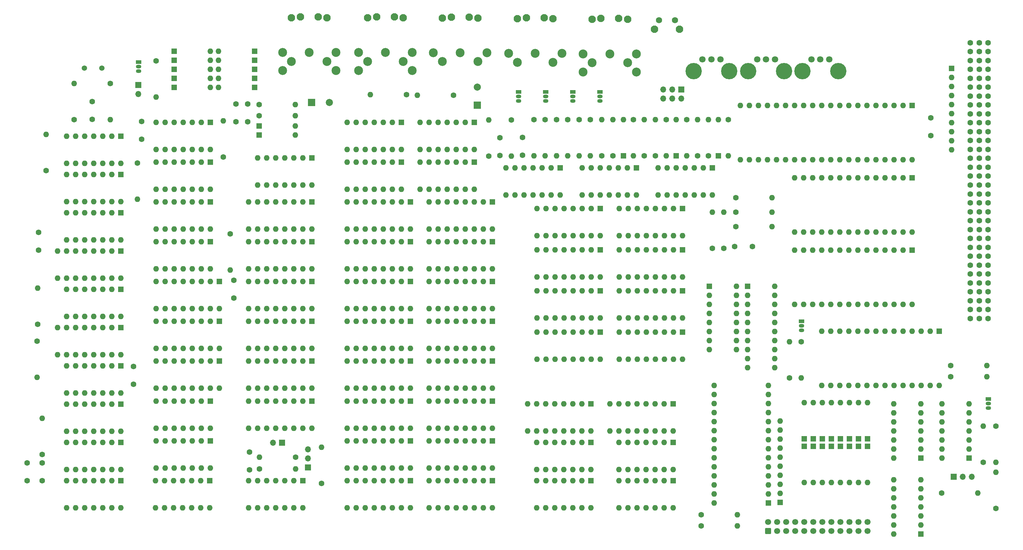
<source format=gbr>
%TF.GenerationSoftware,KiCad,Pcbnew,(6.0.10)*%
%TF.CreationDate,2023-03-26T00:58:32+03:00*%
%TF.ProjectId,delta48m,64656c74-6134-4386-9d2e-6b696361645f,1*%
%TF.SameCoordinates,Original*%
%TF.FileFunction,Soldermask,Top*%
%TF.FilePolarity,Negative*%
%FSLAX46Y46*%
G04 Gerber Fmt 4.6, Leading zero omitted, Abs format (unit mm)*
G04 Created by KiCad (PCBNEW (6.0.10)) date 2023-03-26 00:58:32*
%MOMM*%
%LPD*%
G01*
G04 APERTURE LIST*
G04 Aperture macros list*
%AMRoundRect*
0 Rectangle with rounded corners*
0 $1 Rounding radius*
0 $2 $3 $4 $5 $6 $7 $8 $9 X,Y pos of 4 corners*
0 Add a 4 corners polygon primitive as box body*
4,1,4,$2,$3,$4,$5,$6,$7,$8,$9,$2,$3,0*
0 Add four circle primitives for the rounded corners*
1,1,$1+$1,$2,$3*
1,1,$1+$1,$4,$5*
1,1,$1+$1,$6,$7*
1,1,$1+$1,$8,$9*
0 Add four rect primitives between the rounded corners*
20,1,$1+$1,$2,$3,$4,$5,0*
20,1,$1+$1,$4,$5,$6,$7,0*
20,1,$1+$1,$6,$7,$8,$9,0*
20,1,$1+$1,$8,$9,$2,$3,0*%
G04 Aperture macros list end*
%ADD10R,1.600000X1.600000*%
%ADD11O,1.600000X1.600000*%
%ADD12C,1.600000*%
%ADD13C,2.100000*%
%ADD14C,2.500000*%
%ADD15R,1.700000X1.700000*%
%ADD16O,1.700000X1.700000*%
%ADD17R,1.500000X1.050000*%
%ADD18O,1.500000X1.050000*%
%ADD19C,4.600000*%
%ADD20C,1.800000*%
%ADD21C,1.500000*%
%ADD22C,1.750000*%
%ADD23R,2.000000X2.000000*%
%ADD24C,2.000000*%
%ADD25RoundRect,0.250000X0.600000X-0.600000X0.600000X0.600000X-0.600000X0.600000X-0.600000X-0.600000X0*%
%ADD26C,1.700000*%
G04 APERTURE END LIST*
D10*
%TO.C,U11*%
X132720000Y-103896000D03*
D11*
X130180000Y-103896000D03*
X127640000Y-103896000D03*
X125100000Y-103896000D03*
X122560000Y-103896000D03*
X120020000Y-103896000D03*
X117480000Y-103896000D03*
X117480000Y-111516000D03*
X120020000Y-111516000D03*
X122560000Y-111516000D03*
X125100000Y-111516000D03*
X127640000Y-111516000D03*
X130180000Y-111516000D03*
X132720000Y-111516000D03*
%TD*%
D10*
%TO.C,U49*%
X231018000Y-116723000D03*
D11*
X228478000Y-116723000D03*
X225938000Y-116723000D03*
X223398000Y-116723000D03*
X220858000Y-116723000D03*
X218318000Y-116723000D03*
X215778000Y-116723000D03*
X215778000Y-124343000D03*
X218318000Y-124343000D03*
X220858000Y-124343000D03*
X223398000Y-124343000D03*
X225938000Y-124343000D03*
X228478000Y-124343000D03*
X231018000Y-124343000D03*
%TD*%
D12*
%TO.C,R35*%
X254635000Y-113284000D03*
D11*
X254635000Y-103124000D03*
%TD*%
D12*
%TO.C,R53*%
X340741000Y-175387000D03*
D11*
X350901000Y-175387000D03*
%TD*%
D10*
%TO.C,U57*%
X239654000Y-193812000D03*
D11*
X237114000Y-193812000D03*
X234574000Y-193812000D03*
X232034000Y-193812000D03*
X229494000Y-193812000D03*
X226954000Y-193812000D03*
X224414000Y-193812000D03*
X224414000Y-201432000D03*
X226954000Y-201432000D03*
X229494000Y-201432000D03*
X232034000Y-201432000D03*
X234574000Y-201432000D03*
X237114000Y-201432000D03*
X239654000Y-201432000D03*
%TD*%
D10*
%TO.C,U27*%
X161300000Y-182208100D03*
D11*
X158760000Y-182208100D03*
X156220000Y-182208100D03*
X153680000Y-182208100D03*
X151140000Y-182208100D03*
X148600000Y-182208100D03*
X146060000Y-182208100D03*
X143520000Y-182208100D03*
X143520000Y-189828100D03*
X146060000Y-189828100D03*
X148600000Y-189828100D03*
X151140000Y-189828100D03*
X153680000Y-189828100D03*
X156220000Y-189828100D03*
X158760000Y-189828100D03*
X161300000Y-189828100D03*
%TD*%
D10*
%TO.C,U36*%
X188991000Y-182208100D03*
D11*
X186451000Y-182208100D03*
X183911000Y-182208100D03*
X181371000Y-182208100D03*
X178831000Y-182208100D03*
X176291000Y-182208100D03*
X173751000Y-182208100D03*
X171211000Y-182208100D03*
X171211000Y-189828100D03*
X173751000Y-189828100D03*
X176291000Y-189828100D03*
X178831000Y-189828100D03*
X181371000Y-189828100D03*
X183911000Y-189828100D03*
X186451000Y-189828100D03*
X188991000Y-189828100D03*
%TD*%
D13*
%TO.C,J3*%
X197928000Y-74638000D03*
X200428000Y-74338000D03*
X207928000Y-74638000D03*
X205428000Y-74338000D03*
D14*
X195428000Y-84338000D03*
X202928000Y-84338000D03*
X210428000Y-84338000D03*
X197928000Y-86838000D03*
X207928000Y-86838000D03*
%TD*%
D13*
%TO.C,J6*%
X158028000Y-74288000D03*
X163028000Y-74288000D03*
X155528000Y-74588000D03*
X165528000Y-74588000D03*
D14*
X153028000Y-84288000D03*
X160528000Y-84288000D03*
X168028000Y-84288000D03*
X155528000Y-86788000D03*
X165528000Y-86788000D03*
X153028000Y-89388000D03*
X168028000Y-89388000D03*
%TD*%
D10*
%TO.C,U3*%
X107584000Y-129333000D03*
D11*
X105044000Y-129333000D03*
X102504000Y-129333000D03*
X99964000Y-129333000D03*
X97424000Y-129333000D03*
X94884000Y-129333000D03*
X92344000Y-129333000D03*
X92344000Y-136953000D03*
X94884000Y-136953000D03*
X97424000Y-136953000D03*
X99964000Y-136953000D03*
X102504000Y-136953000D03*
X105044000Y-136953000D03*
X107584000Y-136953000D03*
%TD*%
D15*
%TO.C,LS1*%
X112522000Y-93467000D03*
D16*
X112522000Y-96007000D03*
%TD*%
D10*
%TO.C,U43*%
X211963000Y-148645800D03*
D11*
X209423000Y-148645800D03*
X206883000Y-148645800D03*
X204343000Y-148645800D03*
X201803000Y-148645800D03*
X199263000Y-148645800D03*
X196723000Y-148645800D03*
X194183000Y-148645800D03*
X194183000Y-156265800D03*
X196723000Y-156265800D03*
X199263000Y-156265800D03*
X201803000Y-156265800D03*
X204343000Y-156265800D03*
X206883000Y-156265800D03*
X209423000Y-156265800D03*
X211963000Y-156265800D03*
%TD*%
D12*
%TO.C,R5*%
X84201000Y-160655000D03*
D11*
X84201000Y-150495000D03*
%TD*%
D10*
%TO.C,U48*%
X211963000Y-204597000D03*
D11*
X209423000Y-204597000D03*
X206883000Y-204597000D03*
X204343000Y-204597000D03*
X201803000Y-204597000D03*
X199263000Y-204597000D03*
X196723000Y-204597000D03*
X194183000Y-204597000D03*
X194183000Y-212217000D03*
X196723000Y-212217000D03*
X199263000Y-212217000D03*
X201803000Y-212217000D03*
X204343000Y-212217000D03*
X206883000Y-212217000D03*
X209423000Y-212217000D03*
X211963000Y-212217000D03*
%TD*%
D10*
%TO.C,U64*%
X262768000Y-193812000D03*
D11*
X260228000Y-193812000D03*
X257688000Y-193812000D03*
X255148000Y-193812000D03*
X252608000Y-193812000D03*
X250068000Y-193812000D03*
X247528000Y-193812000D03*
X247528000Y-201432000D03*
X250068000Y-201432000D03*
X252608000Y-201432000D03*
X255148000Y-201432000D03*
X257688000Y-201432000D03*
X260228000Y-201432000D03*
X262768000Y-201432000D03*
%TD*%
D12*
%TO.C,R54*%
X349885000Y-199390000D03*
D11*
X349885000Y-189230000D03*
%TD*%
D15*
%TO.C,JP1*%
X160147000Y-200899000D03*
D16*
X160147000Y-198359000D03*
X160147000Y-195819000D03*
%TD*%
D17*
%TO.C,Q3*%
X219350000Y-95377000D03*
D18*
X219350000Y-96647000D03*
X219350000Y-97917000D03*
%TD*%
D12*
%TO.C,R56*%
X353441000Y-212344000D03*
D11*
X353441000Y-202184000D03*
%TD*%
D10*
%TO.C,U23*%
X161300000Y-137458300D03*
D11*
X158760000Y-137458300D03*
X156220000Y-137458300D03*
X153680000Y-137458300D03*
X151140000Y-137458300D03*
X148600000Y-137458300D03*
X146060000Y-137458300D03*
X143520000Y-137458300D03*
X143520000Y-145078300D03*
X146060000Y-145078300D03*
X148600000Y-145078300D03*
X151140000Y-145078300D03*
X153680000Y-145078300D03*
X156220000Y-145078300D03*
X158760000Y-145078300D03*
X161300000Y-145078300D03*
%TD*%
D10*
%TO.C,U33*%
X188991000Y-148645800D03*
D11*
X186451000Y-148645800D03*
X183911000Y-148645800D03*
X181371000Y-148645800D03*
X178831000Y-148645800D03*
X176291000Y-148645800D03*
X173751000Y-148645800D03*
X171211000Y-148645800D03*
X171211000Y-156265800D03*
X173751000Y-156265800D03*
X176291000Y-156265800D03*
X178831000Y-156265800D03*
X181371000Y-156265800D03*
X183911000Y-156265800D03*
X186451000Y-156265800D03*
X188991000Y-156265800D03*
%TD*%
D12*
%TO.C,C10*%
X143256000Y-98719000D03*
X143256000Y-103719000D03*
%TD*%
D10*
%TO.C,U38*%
X188991000Y-204583000D03*
D11*
X186451000Y-204583000D03*
X183911000Y-204583000D03*
X181371000Y-204583000D03*
X178831000Y-204583000D03*
X176291000Y-204583000D03*
X173751000Y-204583000D03*
X171211000Y-204583000D03*
X171211000Y-212203000D03*
X173751000Y-212203000D03*
X176291000Y-212203000D03*
X178831000Y-212203000D03*
X181371000Y-212203000D03*
X183911000Y-212203000D03*
X186451000Y-212203000D03*
X188991000Y-212203000D03*
%TD*%
D12*
%TO.C,R46*%
X276987000Y-139304500D03*
D11*
X276987000Y-129144500D03*
%TD*%
D10*
%TO.C,U59*%
X265440000Y-128153000D03*
D11*
X262900000Y-128153000D03*
X260360000Y-128153000D03*
X257820000Y-128153000D03*
X255280000Y-128153000D03*
X252740000Y-128153000D03*
X250200000Y-128153000D03*
X247660000Y-128153000D03*
X247660000Y-135773000D03*
X250200000Y-135773000D03*
X252740000Y-135773000D03*
X255280000Y-135773000D03*
X257820000Y-135773000D03*
X260360000Y-135773000D03*
X262900000Y-135773000D03*
X265440000Y-135773000D03*
%TD*%
D19*
%TO.C,RV42*%
X293900000Y-89546000D03*
X283900000Y-89546000D03*
D20*
X291400000Y-86246000D03*
X288900000Y-86246000D03*
X286400000Y-86246000D03*
%TD*%
D12*
%TO.C,R51*%
X295423000Y-175720500D03*
D11*
X295423000Y-165560500D03*
%TD*%
D10*
%TO.C,U7*%
X107584000Y-172333000D03*
D11*
X105044000Y-172333000D03*
X102504000Y-172333000D03*
X99964000Y-172333000D03*
X97424000Y-172333000D03*
X94884000Y-172333000D03*
X92344000Y-172333000D03*
X92344000Y-179953000D03*
X94884000Y-179953000D03*
X97424000Y-179953000D03*
X99964000Y-179953000D03*
X102504000Y-179953000D03*
X105044000Y-179953000D03*
X107584000Y-179953000D03*
%TD*%
D10*
%TO.C,U30*%
X186441000Y-115083400D03*
D11*
X183901000Y-115083400D03*
X181361000Y-115083400D03*
X178821000Y-115083400D03*
X176281000Y-115083400D03*
X173741000Y-115083400D03*
X171201000Y-115083400D03*
X171201000Y-122703400D03*
X173741000Y-122703400D03*
X176281000Y-122703400D03*
X178821000Y-122703400D03*
X181361000Y-122703400D03*
X183901000Y-122703400D03*
X186441000Y-122703400D03*
%TD*%
D10*
%TO.C,D26*%
X309753000Y-192786000D03*
D11*
X309753000Y-182626000D03*
%TD*%
D10*
%TO.C,D1*%
X122589000Y-83947000D03*
D11*
X132749000Y-83947000D03*
%TD*%
D10*
%TO.C,U47*%
X211963000Y-193395600D03*
D11*
X209423000Y-193395600D03*
X206883000Y-193395600D03*
X204343000Y-193395600D03*
X201803000Y-193395600D03*
X199263000Y-193395600D03*
X196723000Y-193395600D03*
X194183000Y-193395600D03*
X194183000Y-201015600D03*
X196723000Y-201015600D03*
X199263000Y-201015600D03*
X201803000Y-201015600D03*
X204343000Y-201015600D03*
X206883000Y-201015600D03*
X209423000Y-201015600D03*
X211963000Y-201015600D03*
%TD*%
D12*
%TO.C,R8*%
X86614000Y-117475000D03*
D11*
X86614000Y-107315000D03*
%TD*%
D12*
%TO.C,R41*%
X278257000Y-103124000D03*
D11*
X278257000Y-113284000D03*
%TD*%
D10*
%TO.C,U52*%
X242326000Y-128153000D03*
D11*
X239786000Y-128153000D03*
X237246000Y-128153000D03*
X234706000Y-128153000D03*
X232166000Y-128153000D03*
X229626000Y-128153000D03*
X227086000Y-128153000D03*
X224546000Y-128153000D03*
X224546000Y-135773000D03*
X227086000Y-135773000D03*
X229626000Y-135773000D03*
X232166000Y-135773000D03*
X234706000Y-135773000D03*
X237246000Y-135773000D03*
X239786000Y-135773000D03*
X242326000Y-135773000D03*
%TD*%
D12*
%TO.C,R15*%
X236347000Y-103124000D03*
D11*
X236347000Y-113284000D03*
%TD*%
D15*
%TO.C,JP3*%
X152908000Y-193929000D03*
D16*
X150368000Y-193929000D03*
%TD*%
D10*
%TO.C,D23*%
X302133000Y-192786000D03*
D11*
X302133000Y-182626000D03*
%TD*%
D10*
%TO.C,U39*%
X206888000Y-103896000D03*
D11*
X204348000Y-103896000D03*
X201808000Y-103896000D03*
X199268000Y-103896000D03*
X196728000Y-103896000D03*
X194188000Y-103896000D03*
X191648000Y-103896000D03*
X191648000Y-111516000D03*
X194188000Y-111516000D03*
X196728000Y-111516000D03*
X199268000Y-111516000D03*
X201808000Y-111516000D03*
X204348000Y-111516000D03*
X206888000Y-111516000D03*
%TD*%
D12*
%TO.C,C22*%
X220472000Y-108125200D03*
X220472000Y-113125200D03*
%TD*%
D10*
%TO.C,D9*%
X145161000Y-91567000D03*
D11*
X135001000Y-91567000D03*
%TD*%
D12*
%TO.C,C25*%
X280075000Y-138811000D03*
X285075000Y-138811000D03*
%TD*%
D10*
%TO.C,U10*%
X107584000Y-204583000D03*
D11*
X105044000Y-204583000D03*
X102504000Y-204583000D03*
X99964000Y-204583000D03*
X97424000Y-204583000D03*
X94884000Y-204583000D03*
X92344000Y-204583000D03*
X92344000Y-212203000D03*
X94884000Y-212203000D03*
X97424000Y-212203000D03*
X99964000Y-212203000D03*
X102504000Y-212203000D03*
X105044000Y-212203000D03*
X107584000Y-212203000D03*
%TD*%
D10*
%TO.C,U61*%
X265440000Y-151267000D03*
D11*
X262900000Y-151267000D03*
X260360000Y-151267000D03*
X257820000Y-151267000D03*
X255280000Y-151267000D03*
X252740000Y-151267000D03*
X250200000Y-151267000D03*
X247660000Y-151267000D03*
X247660000Y-158887000D03*
X250200000Y-158887000D03*
X252740000Y-158887000D03*
X255280000Y-158887000D03*
X257820000Y-158887000D03*
X260360000Y-158887000D03*
X262900000Y-158887000D03*
X265440000Y-158887000D03*
%TD*%
D10*
%TO.C,U29*%
X186441000Y-103896000D03*
D11*
X183901000Y-103896000D03*
X181361000Y-103896000D03*
X178821000Y-103896000D03*
X176281000Y-103896000D03*
X173741000Y-103896000D03*
X171201000Y-103896000D03*
X171201000Y-111516000D03*
X173741000Y-111516000D03*
X176281000Y-111516000D03*
X178821000Y-111516000D03*
X181361000Y-111516000D03*
X183901000Y-111516000D03*
X186441000Y-111516000D03*
%TD*%
D10*
%TO.C,U8*%
X107584000Y-183083000D03*
D11*
X105044000Y-183083000D03*
X102504000Y-183083000D03*
X99964000Y-183083000D03*
X97424000Y-183083000D03*
X94884000Y-183083000D03*
X92344000Y-183083000D03*
X92344000Y-190703000D03*
X94884000Y-190703000D03*
X97424000Y-190703000D03*
X99964000Y-190703000D03*
X102504000Y-190703000D03*
X105044000Y-190703000D03*
X107584000Y-190703000D03*
%TD*%
D10*
%TO.C,D22*%
X299593000Y-192786000D03*
D11*
X299593000Y-182626000D03*
%TD*%
D12*
%TO.C,R34*%
X251587000Y-103124000D03*
D11*
X251587000Y-113284000D03*
%TD*%
D10*
%TO.C,U72*%
X337566000Y-162560000D03*
D11*
X335026000Y-162560000D03*
X332486000Y-162560000D03*
X329946000Y-162560000D03*
X327406000Y-162560000D03*
X324866000Y-162560000D03*
X322326000Y-162560000D03*
X319786000Y-162560000D03*
X317246000Y-162560000D03*
X314706000Y-162560000D03*
X312166000Y-162560000D03*
X309626000Y-162560000D03*
X307086000Y-162560000D03*
X304546000Y-162560000D03*
X304546000Y-177800000D03*
X307086000Y-177800000D03*
X309626000Y-177800000D03*
X312166000Y-177800000D03*
X314706000Y-177800000D03*
X317246000Y-177800000D03*
X319786000Y-177800000D03*
X322326000Y-177800000D03*
X324866000Y-177800000D03*
X327406000Y-177800000D03*
X329946000Y-177800000D03*
X332486000Y-177800000D03*
X335026000Y-177800000D03*
X337566000Y-177800000D03*
%TD*%
D12*
%TO.C,R30*%
X239522000Y-103124000D03*
D11*
X239522000Y-113284000D03*
%TD*%
D10*
%TO.C,U13*%
X132720000Y-126270900D03*
D11*
X130180000Y-126270900D03*
X127640000Y-126270900D03*
X125100000Y-126270900D03*
X122560000Y-126270900D03*
X120020000Y-126270900D03*
X117480000Y-126270900D03*
X117480000Y-133890900D03*
X120020000Y-133890900D03*
X122560000Y-133890900D03*
X125100000Y-133890900D03*
X127640000Y-133890900D03*
X130180000Y-133890900D03*
X132720000Y-133890900D03*
%TD*%
D10*
%TO.C,D30*%
X146431000Y-104902000D03*
D11*
X156591000Y-104902000D03*
%TD*%
D12*
%TO.C,C4*%
X81280000Y-204557000D03*
X81280000Y-199557000D03*
%TD*%
D10*
%TO.C,U60*%
X265440000Y-139710000D03*
D11*
X262900000Y-139710000D03*
X260360000Y-139710000D03*
X257820000Y-139710000D03*
X255280000Y-139710000D03*
X252740000Y-139710000D03*
X250200000Y-139710000D03*
X247660000Y-139710000D03*
X247660000Y-147330000D03*
X250200000Y-147330000D03*
X252740000Y-147330000D03*
X255280000Y-147330000D03*
X257820000Y-147330000D03*
X260360000Y-147330000D03*
X262900000Y-147330000D03*
X265440000Y-147330000D03*
%TD*%
D10*
%TO.C,U21*%
X161295000Y-113929000D03*
D11*
X158755000Y-113929000D03*
X156215000Y-113929000D03*
X153675000Y-113929000D03*
X151135000Y-113929000D03*
X148595000Y-113929000D03*
X146055000Y-113929000D03*
X146055000Y-121549000D03*
X148595000Y-121549000D03*
X151135000Y-121549000D03*
X153675000Y-121549000D03*
X156215000Y-121549000D03*
X158755000Y-121549000D03*
X161295000Y-121549000D03*
%TD*%
D12*
%TO.C,R50*%
X298725000Y-165560500D03*
D11*
X298725000Y-175720500D03*
%TD*%
D12*
%TO.C,C5*%
X85471000Y-204557000D03*
X85471000Y-199557000D03*
%TD*%
D10*
%TO.C,U50*%
X252417500Y-116723000D03*
D11*
X249877500Y-116723000D03*
X247337500Y-116723000D03*
X244797500Y-116723000D03*
X242257500Y-116723000D03*
X239717500Y-116723000D03*
X237177500Y-116723000D03*
X237177500Y-124343000D03*
X239717500Y-124343000D03*
X242257500Y-124343000D03*
X244797500Y-124343000D03*
X247337500Y-124343000D03*
X249877500Y-124343000D03*
X252417500Y-124343000D03*
%TD*%
D12*
%TO.C,J1*%
X351282000Y-81534000D03*
X351282000Y-84034000D03*
X351282000Y-86534000D03*
X351282000Y-89034000D03*
X351282000Y-91534000D03*
X351282000Y-94034000D03*
X351282000Y-96534000D03*
X351282000Y-99034000D03*
X351282000Y-101534000D03*
X351282000Y-104034000D03*
X351282000Y-106534000D03*
X351282000Y-109034000D03*
X351282000Y-111534000D03*
X351282000Y-114034000D03*
X351282000Y-116534000D03*
X351282000Y-119034000D03*
X351282000Y-121534000D03*
X351282000Y-124034000D03*
X351282000Y-126534000D03*
X351282000Y-129034000D03*
X351282000Y-131534000D03*
X346282000Y-126534000D03*
X351282000Y-134034000D03*
X351282000Y-136534000D03*
X351282000Y-139034000D03*
X351282000Y-141534000D03*
X351282000Y-144034000D03*
X351282000Y-146534000D03*
X351282000Y-149034000D03*
X351282000Y-151534000D03*
X351282000Y-154034000D03*
X351282000Y-156534000D03*
X351282000Y-159034000D03*
X346282000Y-81534000D03*
X348782000Y-81534000D03*
X346282000Y-84034000D03*
X348782000Y-84034000D03*
X348782000Y-86534000D03*
X346282000Y-86534000D03*
X346282000Y-89034000D03*
X348782000Y-89034000D03*
X348782000Y-91534000D03*
X346282000Y-91534000D03*
X346282000Y-94034000D03*
X348782000Y-94034000D03*
X348782000Y-96534000D03*
X346282000Y-96534000D03*
X348782000Y-99034000D03*
X346282000Y-99034000D03*
X346282000Y-101534000D03*
X348782000Y-101534000D03*
X348782000Y-104034000D03*
X346282000Y-104034000D03*
X346282000Y-106534000D03*
X348782000Y-106534000D03*
X346282000Y-109034000D03*
X348782000Y-109034000D03*
X346282000Y-111534000D03*
X348782000Y-111534000D03*
X346282000Y-114034000D03*
X348782000Y-114034000D03*
X346282000Y-116534000D03*
X348782000Y-116534000D03*
X348782000Y-119034000D03*
X346282000Y-119034000D03*
X348782000Y-121534000D03*
X346282000Y-121534000D03*
X346282000Y-124034000D03*
X348782000Y-124034000D03*
X348782000Y-126534000D03*
X348782000Y-129034000D03*
X346282000Y-129034000D03*
X346282000Y-131534000D03*
X348782000Y-131534000D03*
X348782000Y-134034000D03*
X346282000Y-134034000D03*
X346282000Y-136534000D03*
X348782000Y-136534000D03*
X346282000Y-139034000D03*
X348782000Y-139034000D03*
X346282000Y-141534000D03*
X348782000Y-141534000D03*
X346282000Y-144034000D03*
X348782000Y-144034000D03*
X348782000Y-146534000D03*
X346282000Y-146534000D03*
X348782000Y-149034000D03*
X346282000Y-149034000D03*
X346282000Y-151534000D03*
X348782000Y-151534000D03*
X346282000Y-154034000D03*
X348782000Y-154034000D03*
X348782000Y-156534000D03*
X346282000Y-156534000D03*
X346282000Y-159034000D03*
X348782000Y-159034000D03*
%TD*%
%TO.C,C3*%
X111125000Y-177466000D03*
X111125000Y-172466000D03*
%TD*%
D10*
%TO.C,U20*%
X132593000Y-204583000D03*
D11*
X130053000Y-204583000D03*
X127513000Y-204583000D03*
X124973000Y-204583000D03*
X122433000Y-204583000D03*
X119893000Y-204583000D03*
X117353000Y-204583000D03*
X117353000Y-212203000D03*
X119893000Y-212203000D03*
X122433000Y-212203000D03*
X124973000Y-212203000D03*
X127513000Y-212203000D03*
X130053000Y-212203000D03*
X132593000Y-212203000D03*
%TD*%
D10*
%TO.C,DA2*%
X340995000Y-88773000D03*
D11*
X340995000Y-91313000D03*
X340995000Y-93853000D03*
X340995000Y-96393000D03*
X340995000Y-98933000D03*
X340995000Y-101473000D03*
X340995000Y-104013000D03*
X340995000Y-106553000D03*
X340995000Y-109093000D03*
X340995000Y-111633000D03*
%TD*%
D10*
%TO.C,D17*%
X307213000Y-194945000D03*
D11*
X307213000Y-205105000D03*
%TD*%
D12*
%TO.C,R33*%
X245872000Y-113284000D03*
D11*
X245872000Y-103124000D03*
%TD*%
D15*
%TO.C,J8*%
X265034000Y-94737000D03*
D16*
X265034000Y-97277000D03*
X262494000Y-94737000D03*
X262494000Y-97277000D03*
X259954000Y-94737000D03*
X259954000Y-97277000D03*
%TD*%
D12*
%TO.C,R59*%
X270637000Y-217297000D03*
D11*
X280797000Y-217297000D03*
%TD*%
D10*
%TO.C,D12*%
X263652000Y-113284000D03*
D11*
X263652000Y-103124000D03*
%TD*%
D10*
%TO.C,U22*%
X161300000Y-126270900D03*
D11*
X158760000Y-126270900D03*
X156220000Y-126270900D03*
X153680000Y-126270900D03*
X151140000Y-126270900D03*
X148600000Y-126270900D03*
X146060000Y-126270900D03*
X143520000Y-126270900D03*
X143520000Y-133890900D03*
X146060000Y-133890900D03*
X148600000Y-133890900D03*
X151140000Y-133890900D03*
X153680000Y-133890900D03*
X156220000Y-133890900D03*
X158760000Y-133890900D03*
X161300000Y-133890900D03*
%TD*%
D10*
%TO.C,U44*%
X211963000Y-159833200D03*
D11*
X209423000Y-159833200D03*
X206883000Y-159833200D03*
X204343000Y-159833200D03*
X201803000Y-159833200D03*
X199263000Y-159833200D03*
X196723000Y-159833200D03*
X194183000Y-159833200D03*
X194183000Y-167453200D03*
X196723000Y-167453200D03*
X199263000Y-167453200D03*
X201803000Y-167453200D03*
X204343000Y-167453200D03*
X206883000Y-167453200D03*
X209423000Y-167453200D03*
X211963000Y-167453200D03*
%TD*%
D12*
%TO.C,C8*%
X139319000Y-153289000D03*
X139319000Y-148289000D03*
%TD*%
D10*
%TO.C,U5*%
X107584000Y-150833000D03*
D11*
X105044000Y-150833000D03*
X102504000Y-150833000D03*
X99964000Y-150833000D03*
X97424000Y-150833000D03*
X94884000Y-150833000D03*
X92344000Y-150833000D03*
X92344000Y-158453000D03*
X94884000Y-158453000D03*
X97424000Y-158453000D03*
X99964000Y-158453000D03*
X102504000Y-158453000D03*
X105044000Y-158453000D03*
X107584000Y-158453000D03*
%TD*%
D10*
%TO.C,D2*%
X122589000Y-86487000D03*
D11*
X132749000Y-86487000D03*
%TD*%
D10*
%TO.C,D7*%
X145161000Y-86487000D03*
D11*
X135001000Y-86487000D03*
%TD*%
D10*
%TO.C,D27*%
X312293000Y-192786000D03*
D11*
X312293000Y-182626000D03*
%TD*%
D12*
%TO.C,R10*%
X136398000Y-113665000D03*
D11*
X136398000Y-103505000D03*
%TD*%
D12*
%TO.C,C1*%
X99568000Y-98044000D03*
X99568000Y-103044000D03*
%TD*%
D10*
%TO.C,U62*%
X265440000Y-162824000D03*
D11*
X262900000Y-162824000D03*
X260360000Y-162824000D03*
X257820000Y-162824000D03*
X255280000Y-162824000D03*
X252740000Y-162824000D03*
X250200000Y-162824000D03*
X247660000Y-162824000D03*
X247660000Y-170444000D03*
X250200000Y-170444000D03*
X252740000Y-170444000D03*
X255280000Y-170444000D03*
X257820000Y-170444000D03*
X260360000Y-170444000D03*
X262900000Y-170444000D03*
X265440000Y-170444000D03*
%TD*%
D12*
%TO.C,R14*%
X156718000Y-197993000D03*
D11*
X146558000Y-197993000D03*
%TD*%
D10*
%TO.C,U75*%
X345938000Y-198252000D03*
D11*
X345938000Y-195712000D03*
X345938000Y-193172000D03*
X345938000Y-190632000D03*
X345938000Y-188092000D03*
X345938000Y-185552000D03*
X345938000Y-183012000D03*
X338318000Y-183012000D03*
X338318000Y-185552000D03*
X338318000Y-188092000D03*
X338318000Y-190632000D03*
X338318000Y-193172000D03*
X338318000Y-195712000D03*
X338318000Y-198252000D03*
%TD*%
D19*
%TO.C,RV43*%
X268533000Y-89546000D03*
X278533000Y-89546000D03*
D20*
X276033000Y-86246000D03*
X273533000Y-86246000D03*
X271033000Y-86246000D03*
%TD*%
D10*
%TO.C,D15*%
X302133000Y-194945000D03*
D11*
X302133000Y-205105000D03*
%TD*%
D10*
%TO.C,U41*%
X211963000Y-126270900D03*
D11*
X209423000Y-126270900D03*
X206883000Y-126270900D03*
X204343000Y-126270900D03*
X201803000Y-126270900D03*
X199263000Y-126270900D03*
X196723000Y-126270900D03*
X194183000Y-126270900D03*
X194183000Y-133890900D03*
X196723000Y-133890900D03*
X199263000Y-133890900D03*
X201803000Y-133890900D03*
X204343000Y-133890900D03*
X206883000Y-133890900D03*
X209423000Y-133890900D03*
X211963000Y-133890900D03*
%TD*%
D10*
%TO.C,D31*%
X146438000Y-107442000D03*
D11*
X156598000Y-107442000D03*
%TD*%
D17*
%TO.C,Q5*%
X234590000Y-95377000D03*
D18*
X234590000Y-96647000D03*
X234590000Y-97917000D03*
%TD*%
D10*
%TO.C,D29*%
X317373000Y-192786000D03*
D11*
X317373000Y-182626000D03*
%TD*%
D10*
%TO.C,U32*%
X188991000Y-137458300D03*
D11*
X186451000Y-137458300D03*
X183911000Y-137458300D03*
X181371000Y-137458300D03*
X178831000Y-137458300D03*
X176291000Y-137458300D03*
X173751000Y-137458300D03*
X171211000Y-137458300D03*
X171211000Y-145078300D03*
X173751000Y-145078300D03*
X176291000Y-145078300D03*
X178831000Y-145078300D03*
X181371000Y-145078300D03*
X183911000Y-145078300D03*
X186451000Y-145078300D03*
X188991000Y-145078300D03*
%TD*%
D10*
%TO.C,U12*%
X132720000Y-115083400D03*
D11*
X130180000Y-115083400D03*
X127640000Y-115083400D03*
X125100000Y-115083400D03*
X122560000Y-115083400D03*
X120020000Y-115083400D03*
X117480000Y-115083400D03*
X117480000Y-122703400D03*
X120020000Y-122703400D03*
X122560000Y-122703400D03*
X125100000Y-122703400D03*
X127640000Y-122703400D03*
X130180000Y-122703400D03*
X132720000Y-122703400D03*
%TD*%
D10*
%TO.C,U71*%
X329946000Y-119507000D03*
D11*
X327406000Y-119507000D03*
X324866000Y-119507000D03*
X322326000Y-119507000D03*
X319786000Y-119507000D03*
X317246000Y-119507000D03*
X314706000Y-119507000D03*
X312166000Y-119507000D03*
X309626000Y-119507000D03*
X307086000Y-119507000D03*
X304546000Y-119507000D03*
X302006000Y-119507000D03*
X299466000Y-119507000D03*
X296926000Y-119507000D03*
X296926000Y-134747000D03*
X299466000Y-134747000D03*
X302006000Y-134747000D03*
X304546000Y-134747000D03*
X307086000Y-134747000D03*
X309626000Y-134747000D03*
X312166000Y-134747000D03*
X314706000Y-134747000D03*
X317246000Y-134747000D03*
X319786000Y-134747000D03*
X322326000Y-134747000D03*
X324866000Y-134747000D03*
X327406000Y-134747000D03*
X329946000Y-134747000D03*
%TD*%
D10*
%TO.C,U45*%
X211963000Y-171020700D03*
D11*
X209423000Y-171020700D03*
X206883000Y-171020700D03*
X204343000Y-171020700D03*
X201803000Y-171020700D03*
X199263000Y-171020700D03*
X196723000Y-171020700D03*
X194183000Y-171020700D03*
X194183000Y-178640700D03*
X196723000Y-178640700D03*
X199263000Y-178640700D03*
X201803000Y-178640700D03*
X204343000Y-178640700D03*
X206883000Y-178640700D03*
X209423000Y-178640700D03*
X211963000Y-178640700D03*
%TD*%
D12*
%TO.C,R24*%
X223647000Y-103124000D03*
D11*
X223647000Y-113284000D03*
%TD*%
D12*
%TO.C,R49*%
X280416000Y-133223000D03*
D11*
X290576000Y-133223000D03*
%TD*%
D10*
%TO.C,U14*%
X132715000Y-137458300D03*
D11*
X130175000Y-137458300D03*
X127635000Y-137458300D03*
X125095000Y-137458300D03*
X122555000Y-137458300D03*
X120015000Y-137458300D03*
X117475000Y-137458300D03*
X117475000Y-145078300D03*
X120015000Y-145078300D03*
X122555000Y-145078300D03*
X125095000Y-145078300D03*
X127635000Y-145078300D03*
X130175000Y-145078300D03*
X132715000Y-145078300D03*
%TD*%
D10*
%TO.C,U6*%
X107584000Y-161583000D03*
D11*
X105044000Y-161583000D03*
X102504000Y-161583000D03*
X99964000Y-161583000D03*
X97424000Y-161583000D03*
X94884000Y-161583000D03*
X92344000Y-161583000D03*
X89804000Y-161583000D03*
X89804000Y-169203000D03*
X92344000Y-169203000D03*
X94884000Y-169203000D03*
X97424000Y-169203000D03*
X99964000Y-169203000D03*
X102504000Y-169203000D03*
X105044000Y-169203000D03*
X107584000Y-169203000D03*
%TD*%
D10*
%TO.C,D19*%
X312293000Y-194945000D03*
D11*
X312293000Y-205105000D03*
%TD*%
D12*
%TO.C,C6*%
X113411000Y-103672000D03*
X113411000Y-108672000D03*
%TD*%
D10*
%TO.C,U18*%
X132720000Y-182208100D03*
D11*
X130180000Y-182208100D03*
X127640000Y-182208100D03*
X125100000Y-182208100D03*
X122560000Y-182208100D03*
X120020000Y-182208100D03*
X117480000Y-182208100D03*
X117480000Y-189828100D03*
X120020000Y-189828100D03*
X122560000Y-189828100D03*
X125100000Y-189828100D03*
X127640000Y-189828100D03*
X130180000Y-189828100D03*
X132720000Y-189828100D03*
%TD*%
D10*
%TO.C,U65*%
X262768000Y-204607000D03*
D11*
X260228000Y-204607000D03*
X257688000Y-204607000D03*
X255148000Y-204607000D03*
X252608000Y-204607000D03*
X250068000Y-204607000D03*
X247528000Y-204607000D03*
X247528000Y-212227000D03*
X250068000Y-212227000D03*
X252608000Y-212227000D03*
X255148000Y-212227000D03*
X257688000Y-212227000D03*
X260228000Y-212227000D03*
X262768000Y-212227000D03*
%TD*%
D10*
%TO.C,U69*%
X329941000Y-99182000D03*
D11*
X327401000Y-99182000D03*
X324861000Y-99182000D03*
X322321000Y-99182000D03*
X319781000Y-99182000D03*
X317241000Y-99182000D03*
X314701000Y-99182000D03*
X312161000Y-99182000D03*
X309621000Y-99182000D03*
X307081000Y-99182000D03*
X304541000Y-99182000D03*
X302001000Y-99182000D03*
X299461000Y-99182000D03*
X296921000Y-99182000D03*
X294381000Y-99182000D03*
X291841000Y-99182000D03*
X289301000Y-99182000D03*
X286761000Y-99182000D03*
X284221000Y-99182000D03*
X281681000Y-99182000D03*
X281681000Y-114422000D03*
X284221000Y-114422000D03*
X286761000Y-114422000D03*
X289301000Y-114422000D03*
X291841000Y-114422000D03*
X294381000Y-114422000D03*
X296921000Y-114422000D03*
X299461000Y-114422000D03*
X302001000Y-114422000D03*
X304541000Y-114422000D03*
X307081000Y-114422000D03*
X309621000Y-114422000D03*
X312161000Y-114422000D03*
X314701000Y-114422000D03*
X317241000Y-114422000D03*
X319781000Y-114422000D03*
X322321000Y-114422000D03*
X324861000Y-114422000D03*
X327401000Y-114422000D03*
X329941000Y-114422000D03*
%TD*%
D17*
%TO.C,Q8*%
X298852000Y-159766000D03*
D18*
X298852000Y-161036000D03*
X298852000Y-162306000D03*
%TD*%
D12*
%TO.C,R7*%
X117475000Y-86614000D03*
D11*
X117475000Y-96774000D03*
%TD*%
D12*
%TO.C,R20*%
X187833000Y-96139000D03*
D11*
X177673000Y-96139000D03*
%TD*%
D10*
%TO.C,D4*%
X122589000Y-91567000D03*
D11*
X132749000Y-91567000D03*
%TD*%
D10*
%TO.C,D8*%
X145161000Y-89027000D03*
D11*
X135001000Y-89027000D03*
%TD*%
D10*
%TO.C,U73*%
X332349000Y-198252000D03*
D11*
X332349000Y-195712000D03*
X332349000Y-193172000D03*
X332349000Y-190632000D03*
X332349000Y-188092000D03*
X332349000Y-185552000D03*
X332349000Y-183012000D03*
X324729000Y-183012000D03*
X324729000Y-185552000D03*
X324729000Y-188092000D03*
X324729000Y-190632000D03*
X324729000Y-193172000D03*
X324729000Y-195712000D03*
X324729000Y-198252000D03*
%TD*%
D10*
%TO.C,U34*%
X188991000Y-159833200D03*
D11*
X186451000Y-159833200D03*
X183911000Y-159833200D03*
X181371000Y-159833200D03*
X178831000Y-159833200D03*
X176291000Y-159833200D03*
X173751000Y-159833200D03*
X171211000Y-159833200D03*
X171211000Y-167453200D03*
X173751000Y-167453200D03*
X176291000Y-167453200D03*
X178831000Y-167453200D03*
X181371000Y-167453200D03*
X183911000Y-167453200D03*
X186451000Y-167453200D03*
X188991000Y-167453200D03*
%TD*%
D13*
%TO.C,J7*%
X186928000Y-74588000D03*
X176928000Y-74588000D03*
X179428000Y-74288000D03*
X184428000Y-74288000D03*
D14*
X174428000Y-84288000D03*
X181928000Y-84288000D03*
X189428000Y-84288000D03*
X176928000Y-86788000D03*
X186928000Y-86788000D03*
X174428000Y-89388000D03*
X189428000Y-89388000D03*
%TD*%
D10*
%TO.C,D16*%
X304673000Y-194945000D03*
D11*
X304673000Y-205105000D03*
%TD*%
D10*
%TO.C,D3*%
X122589000Y-89027000D03*
D11*
X132749000Y-89027000D03*
%TD*%
D10*
%TO.C,U40*%
X206888000Y-115083400D03*
D11*
X204348000Y-115083400D03*
X201808000Y-115083400D03*
X199268000Y-115083400D03*
X196728000Y-115083400D03*
X194188000Y-115083400D03*
X191648000Y-115083400D03*
X191648000Y-122703400D03*
X194188000Y-122703400D03*
X196728000Y-122703400D03*
X199268000Y-122703400D03*
X201808000Y-122703400D03*
X204348000Y-122703400D03*
X206888000Y-122703400D03*
%TD*%
D12*
%TO.C,R45*%
X273812000Y-139304500D03*
D11*
X273812000Y-129144500D03*
%TD*%
D10*
%TO.C,U70*%
X329946000Y-139827000D03*
D11*
X327406000Y-139827000D03*
X324866000Y-139827000D03*
X322326000Y-139827000D03*
X319786000Y-139827000D03*
X317246000Y-139827000D03*
X314706000Y-139827000D03*
X312166000Y-139827000D03*
X309626000Y-139827000D03*
X307086000Y-139827000D03*
X304546000Y-139827000D03*
X302006000Y-139827000D03*
X299466000Y-139827000D03*
X296926000Y-139827000D03*
X296926000Y-155067000D03*
X299466000Y-155067000D03*
X302006000Y-155067000D03*
X304546000Y-155067000D03*
X307086000Y-155067000D03*
X309626000Y-155067000D03*
X312166000Y-155067000D03*
X314706000Y-155067000D03*
X317246000Y-155067000D03*
X319786000Y-155067000D03*
X322326000Y-155067000D03*
X324866000Y-155067000D03*
X327406000Y-155067000D03*
X329946000Y-155067000D03*
%TD*%
D12*
%TO.C,R19*%
X138303000Y-135255000D03*
D11*
X138303000Y-145415000D03*
%TD*%
D10*
%TO.C,U67*%
X283718000Y-149987000D03*
D11*
X283718000Y-152527000D03*
X283718000Y-155067000D03*
X283718000Y-157607000D03*
X283718000Y-160147000D03*
X283718000Y-162687000D03*
X283718000Y-165227000D03*
X283718000Y-167767000D03*
X283718000Y-170307000D03*
X283718000Y-172847000D03*
X291338000Y-172847000D03*
X291338000Y-170307000D03*
X291338000Y-167767000D03*
X291338000Y-165227000D03*
X291338000Y-162687000D03*
X291338000Y-160147000D03*
X291338000Y-157607000D03*
X291338000Y-155067000D03*
X291338000Y-152527000D03*
X291338000Y-149987000D03*
%TD*%
D10*
%TO.C,D14*%
X299593000Y-194945000D03*
D11*
X299593000Y-205105000D03*
%TD*%
D12*
%TO.C,R32*%
X242697000Y-113284000D03*
D11*
X242697000Y-103124000D03*
%TD*%
D12*
%TO.C,R21*%
X201041000Y-96266000D03*
D11*
X190881000Y-96266000D03*
%TD*%
D10*
%TO.C,D18*%
X309753000Y-194945000D03*
D11*
X309753000Y-205105000D03*
%TD*%
D12*
%TO.C,R16*%
X163957000Y-205359000D03*
D11*
X163957000Y-195199000D03*
%TD*%
D12*
%TO.C,R37*%
X272669000Y-113284000D03*
D11*
X272669000Y-103124000D03*
%TD*%
D10*
%TO.C,D11*%
X248793000Y-113284000D03*
D11*
X248793000Y-103124000D03*
%TD*%
D12*
%TO.C,R9*%
X112268000Y-115316000D03*
D11*
X112268000Y-125476000D03*
%TD*%
D12*
%TO.C,C32*%
X84455000Y-139827000D03*
X84455000Y-134827000D03*
%TD*%
D10*
%TO.C,U68*%
X289560000Y-210820000D03*
D11*
X289560000Y-208280000D03*
X289560000Y-205740000D03*
X289560000Y-203200000D03*
X289560000Y-200660000D03*
X289560000Y-198120000D03*
X289560000Y-195580000D03*
X289560000Y-193040000D03*
X289560000Y-190500000D03*
X289560000Y-187960000D03*
X289560000Y-185420000D03*
X289560000Y-182880000D03*
X289560000Y-180340000D03*
X289560000Y-177800000D03*
X274320000Y-177800000D03*
X274320000Y-180340000D03*
X274320000Y-182880000D03*
X274320000Y-185420000D03*
X274320000Y-187960000D03*
X274320000Y-190500000D03*
X274320000Y-193040000D03*
X274320000Y-195580000D03*
X274320000Y-198120000D03*
X274320000Y-200660000D03*
X274320000Y-203200000D03*
X274320000Y-205740000D03*
X274320000Y-208280000D03*
X274320000Y-210820000D03*
%TD*%
D12*
%TO.C,R28*%
X233172000Y-103124000D03*
D11*
X233172000Y-113284000D03*
%TD*%
D13*
%TO.C,J2*%
X247478000Y-74688000D03*
X249978000Y-74988000D03*
X242478000Y-74688000D03*
X239978000Y-74988000D03*
D14*
X237478000Y-84688000D03*
X244978000Y-84688000D03*
X252478000Y-84688000D03*
X239978000Y-87188000D03*
X249978000Y-87188000D03*
X237478000Y-89788000D03*
X252478000Y-89788000D03*
%TD*%
D10*
%TO.C,U24*%
X161300000Y-148645800D03*
D11*
X158760000Y-148645800D03*
X156220000Y-148645800D03*
X153680000Y-148645800D03*
X151140000Y-148645800D03*
X148600000Y-148645800D03*
X146060000Y-148645800D03*
X143520000Y-148645800D03*
X143520000Y-156265800D03*
X146060000Y-156265800D03*
X148600000Y-156265800D03*
X151140000Y-156265800D03*
X153680000Y-156265800D03*
X156220000Y-156265800D03*
X158760000Y-156265800D03*
X161300000Y-156265800D03*
%TD*%
D12*
%TO.C,R1*%
X94488000Y-103124000D03*
D11*
X94488000Y-92964000D03*
%TD*%
D12*
%TO.C,C28*%
X335153000Y-102656000D03*
X335153000Y-107656000D03*
%TD*%
D10*
%TO.C,U37*%
X188991000Y-193395600D03*
D11*
X186451000Y-193395600D03*
X183911000Y-193395600D03*
X181371000Y-193395600D03*
X178831000Y-193395600D03*
X176291000Y-193395600D03*
X173751000Y-193395600D03*
X171211000Y-193395600D03*
X171211000Y-201015600D03*
X173751000Y-201015600D03*
X176291000Y-201015600D03*
X178831000Y-201015600D03*
X181371000Y-201015600D03*
X183911000Y-201015600D03*
X186451000Y-201015600D03*
X188991000Y-201015600D03*
%TD*%
D10*
%TO.C,U56*%
X239659000Y-183017000D03*
D11*
X237119000Y-183017000D03*
X234579000Y-183017000D03*
X232039000Y-183017000D03*
X229499000Y-183017000D03*
X226959000Y-183017000D03*
X224419000Y-183017000D03*
X221879000Y-183017000D03*
X221879000Y-190637000D03*
X224419000Y-190637000D03*
X226959000Y-190637000D03*
X229499000Y-190637000D03*
X232039000Y-190637000D03*
X234579000Y-190637000D03*
X237119000Y-190637000D03*
X239659000Y-190637000D03*
%TD*%
D10*
%TO.C,D6*%
X145161000Y-83947000D03*
D11*
X135001000Y-83947000D03*
%TD*%
D10*
%TO.C,D21*%
X317373000Y-194945000D03*
D11*
X317373000Y-205105000D03*
%TD*%
D10*
%TO.C,U1*%
X107584000Y-107833000D03*
D11*
X105044000Y-107833000D03*
X102504000Y-107833000D03*
X99964000Y-107833000D03*
X97424000Y-107833000D03*
X94884000Y-107833000D03*
X92344000Y-107833000D03*
X92344000Y-115453000D03*
X94884000Y-115453000D03*
X97424000Y-115453000D03*
X99964000Y-115453000D03*
X102504000Y-115453000D03*
X105044000Y-115453000D03*
X107584000Y-115453000D03*
%TD*%
D10*
%TO.C,D25*%
X307213000Y-192786000D03*
D11*
X307213000Y-182626000D03*
%TD*%
D10*
%TO.C,U55*%
X242326000Y-162824000D03*
D11*
X239786000Y-162824000D03*
X237246000Y-162824000D03*
X234706000Y-162824000D03*
X232166000Y-162824000D03*
X229626000Y-162824000D03*
X227086000Y-162824000D03*
X224546000Y-162824000D03*
X224546000Y-170444000D03*
X227086000Y-170444000D03*
X229626000Y-170444000D03*
X232166000Y-170444000D03*
X234706000Y-170444000D03*
X237246000Y-170444000D03*
X239786000Y-170444000D03*
X242326000Y-170444000D03*
%TD*%
D10*
%TO.C,U25*%
X161300000Y-159833200D03*
D11*
X158760000Y-159833200D03*
X156220000Y-159833200D03*
X153680000Y-159833200D03*
X151140000Y-159833200D03*
X148600000Y-159833200D03*
X146060000Y-159833200D03*
X143520000Y-159833200D03*
X143520000Y-167453200D03*
X146060000Y-167453200D03*
X148600000Y-167453200D03*
X151140000Y-167453200D03*
X153680000Y-167453200D03*
X156220000Y-167453200D03*
X158760000Y-167453200D03*
X161300000Y-167453200D03*
%TD*%
D21*
%TO.C,Y1*%
X102228000Y-88660800D03*
X97348000Y-88660800D03*
%TD*%
D10*
%TO.C,U26*%
X161300000Y-171020700D03*
D11*
X158760000Y-171020700D03*
X156220000Y-171020700D03*
X153680000Y-171020700D03*
X151140000Y-171020700D03*
X148600000Y-171020700D03*
X146060000Y-171020700D03*
X143520000Y-171020700D03*
X143520000Y-178640700D03*
X146060000Y-178640700D03*
X148600000Y-178640700D03*
X151140000Y-178640700D03*
X153680000Y-178640700D03*
X156220000Y-178640700D03*
X158760000Y-178640700D03*
X161300000Y-178640700D03*
%TD*%
D17*
%TO.C,Q6*%
X242210000Y-95377000D03*
D18*
X242210000Y-96647000D03*
X242210000Y-97917000D03*
%TD*%
D10*
%TO.C,U42*%
X211963000Y-137458300D03*
D11*
X209423000Y-137458300D03*
X206883000Y-137458300D03*
X204343000Y-137458300D03*
X201803000Y-137458300D03*
X199263000Y-137458300D03*
X196723000Y-137458300D03*
X194183000Y-137458300D03*
X194183000Y-145078300D03*
X196723000Y-145078300D03*
X199263000Y-145078300D03*
X201803000Y-145078300D03*
X204343000Y-145078300D03*
X206883000Y-145078300D03*
X209423000Y-145078300D03*
X211963000Y-145078300D03*
%TD*%
D12*
%TO.C,R36*%
X257810000Y-113284000D03*
D11*
X257810000Y-103124000D03*
%TD*%
D10*
%TO.C,D28*%
X314833000Y-192786000D03*
D11*
X314833000Y-182626000D03*
%TD*%
D10*
%TO.C,DA1*%
X292862000Y-210688000D03*
D11*
X292862000Y-208148000D03*
X292862000Y-205608000D03*
X292862000Y-203068000D03*
X292862000Y-200528000D03*
X292862000Y-197988000D03*
X292862000Y-195448000D03*
X292862000Y-192908000D03*
X292862000Y-190368000D03*
X292862000Y-187828000D03*
%TD*%
D12*
%TO.C,R39*%
X269621000Y-113284000D03*
D11*
X269621000Y-103124000D03*
%TD*%
D10*
%TO.C,U17*%
X135265000Y-171020700D03*
D11*
X132725000Y-171020700D03*
X130185000Y-171020700D03*
X127645000Y-171020700D03*
X125105000Y-171020700D03*
X122565000Y-171020700D03*
X120025000Y-171020700D03*
X117485000Y-171020700D03*
X117485000Y-178640700D03*
X120025000Y-178640700D03*
X122565000Y-178640700D03*
X125105000Y-178640700D03*
X127645000Y-178640700D03*
X130185000Y-178640700D03*
X132725000Y-178640700D03*
X135265000Y-178640700D03*
%TD*%
D10*
%TO.C,U2*%
X107584000Y-118583000D03*
D11*
X105044000Y-118583000D03*
X102504000Y-118583000D03*
X99964000Y-118583000D03*
X97424000Y-118583000D03*
X94884000Y-118583000D03*
X92344000Y-118583000D03*
X92344000Y-126203000D03*
X94884000Y-126203000D03*
X97424000Y-126203000D03*
X99964000Y-126203000D03*
X102504000Y-126203000D03*
X105044000Y-126203000D03*
X107584000Y-126203000D03*
%TD*%
D10*
%TO.C,D10*%
X145161000Y-94107000D03*
D11*
X135001000Y-94107000D03*
%TD*%
D17*
%TO.C,Q4*%
X226970000Y-95377000D03*
D18*
X226970000Y-96647000D03*
X226970000Y-97917000D03*
%TD*%
D13*
%TO.C,SW1*%
X264532000Y-77744500D03*
X257522000Y-77744500D03*
D22*
X258772000Y-75254500D03*
X263272000Y-75254500D03*
%TD*%
D12*
%TO.C,R25*%
X226822000Y-103124000D03*
D11*
X226822000Y-113284000D03*
%TD*%
D10*
%TO.C,U51*%
X273817000Y-116723000D03*
D11*
X271277000Y-116723000D03*
X268737000Y-116723000D03*
X266197000Y-116723000D03*
X263657000Y-116723000D03*
X261117000Y-116723000D03*
X258577000Y-116723000D03*
X258577000Y-124343000D03*
X261117000Y-124343000D03*
X263657000Y-124343000D03*
X266197000Y-124343000D03*
X268737000Y-124343000D03*
X271277000Y-124343000D03*
X273817000Y-124343000D03*
%TD*%
D12*
%TO.C,R11*%
X146431000Y-98933000D03*
D11*
X156591000Y-98933000D03*
%TD*%
D17*
%TO.C,Q7*%
X351303000Y-181610000D03*
D18*
X351303000Y-182880000D03*
X351303000Y-184150000D03*
%TD*%
D12*
%TO.C,R2*%
X104648000Y-92964000D03*
D11*
X104648000Y-103124000D03*
%TD*%
D12*
%TO.C,R52*%
X340741000Y-172212000D03*
D11*
X350901000Y-172212000D03*
%TD*%
D10*
%TO.C,U66*%
X272923000Y-149987000D03*
D11*
X272923000Y-152527000D03*
X272923000Y-155067000D03*
X272923000Y-157607000D03*
X272923000Y-160147000D03*
X272923000Y-162687000D03*
X272923000Y-165227000D03*
X272923000Y-167767000D03*
X280543000Y-167767000D03*
X280543000Y-165227000D03*
X280543000Y-162687000D03*
X280543000Y-160147000D03*
X280543000Y-157607000D03*
X280543000Y-155067000D03*
X280543000Y-152527000D03*
X280543000Y-149987000D03*
%TD*%
D10*
%TO.C,U35*%
X188991000Y-171020700D03*
D11*
X186451000Y-171020700D03*
X183911000Y-171020700D03*
X181371000Y-171020700D03*
X178831000Y-171020700D03*
X176291000Y-171020700D03*
X173751000Y-171020700D03*
X171211000Y-171020700D03*
X171211000Y-178640700D03*
X173751000Y-178640700D03*
X176291000Y-178640700D03*
X178831000Y-178640700D03*
X181371000Y-178640700D03*
X183911000Y-178640700D03*
X186451000Y-178640700D03*
X188991000Y-178640700D03*
%TD*%
D23*
%TO.C,C14*%
X161208300Y-98298000D03*
D24*
X166208300Y-98298000D03*
%TD*%
D10*
%TO.C,U31*%
X188991000Y-126270900D03*
D11*
X186451000Y-126270900D03*
X183911000Y-126270900D03*
X181371000Y-126270900D03*
X178831000Y-126270900D03*
X176291000Y-126270900D03*
X173751000Y-126270900D03*
X171211000Y-126270900D03*
X171211000Y-133890900D03*
X173751000Y-133890900D03*
X176291000Y-133890900D03*
X178831000Y-133890900D03*
X181371000Y-133890900D03*
X183911000Y-133890900D03*
X186451000Y-133890900D03*
X188991000Y-133890900D03*
%TD*%
D12*
%TO.C,C11*%
X139954000Y-103719000D03*
X139954000Y-98719000D03*
%TD*%
D10*
%TO.C,U74*%
X332349000Y-219588000D03*
D11*
X332349000Y-217048000D03*
X332349000Y-214508000D03*
X332349000Y-211968000D03*
X332349000Y-209428000D03*
X332349000Y-206888000D03*
X332349000Y-204348000D03*
X324729000Y-204348000D03*
X324729000Y-206888000D03*
X324729000Y-209428000D03*
X324729000Y-211968000D03*
X324729000Y-214508000D03*
X324729000Y-217048000D03*
X324729000Y-219588000D03*
%TD*%
D12*
%TO.C,R38*%
X266573000Y-103124000D03*
D11*
X266573000Y-113284000D03*
%TD*%
D12*
%TO.C,C12*%
X143764000Y-201523800D03*
X143764000Y-196523800D03*
%TD*%
%TO.C,R47*%
X280416000Y-125123000D03*
D11*
X290576000Y-125123000D03*
%TD*%
D12*
%TO.C,R12*%
X146438000Y-102093200D03*
D11*
X156598000Y-102093200D03*
%TD*%
D10*
%TO.C,D13*%
X275463000Y-113284000D03*
D11*
X275463000Y-103124000D03*
%TD*%
D12*
%TO.C,R22*%
X210947000Y-113411000D03*
D11*
X210947000Y-103251000D03*
%TD*%
D10*
%TO.C,U15*%
X135265000Y-148645800D03*
D11*
X132725000Y-148645800D03*
X130185000Y-148645800D03*
X127645000Y-148645800D03*
X125105000Y-148645800D03*
X122565000Y-148645800D03*
X120025000Y-148645800D03*
X117485000Y-148645800D03*
X117485000Y-156265800D03*
X120025000Y-156265800D03*
X122565000Y-156265800D03*
X125105000Y-156265800D03*
X127645000Y-156265800D03*
X130185000Y-156265800D03*
X132725000Y-156265800D03*
X135265000Y-156265800D03*
%TD*%
D19*
%TO.C,RV44*%
X309140000Y-89546000D03*
X299140000Y-89546000D03*
D20*
X306640000Y-86246000D03*
X304140000Y-86246000D03*
X301640000Y-86246000D03*
%TD*%
D10*
%TO.C,U16*%
X135265000Y-159833200D03*
D11*
X132725000Y-159833200D03*
X130185000Y-159833200D03*
X127645000Y-159833200D03*
X125105000Y-159833200D03*
X122565000Y-159833200D03*
X120025000Y-159833200D03*
X117485000Y-159833200D03*
X117485000Y-167453200D03*
X120025000Y-167453200D03*
X122565000Y-167453200D03*
X125105000Y-167453200D03*
X127645000Y-167453200D03*
X130185000Y-167453200D03*
X132725000Y-167453200D03*
X135265000Y-167453200D03*
%TD*%
D12*
%TO.C,R48*%
X280416000Y-129173000D03*
D11*
X290576000Y-129173000D03*
%TD*%
D15*
%TO.C,JP2*%
X341645000Y-203454000D03*
D16*
X344185000Y-203454000D03*
X346725000Y-203454000D03*
%TD*%
D17*
%TO.C,Q1*%
X112543000Y-86995000D03*
D18*
X112543000Y-88265000D03*
X112543000Y-89535000D03*
%TD*%
D10*
%TO.C,U54*%
X242326000Y-151267000D03*
D11*
X239786000Y-151267000D03*
X237246000Y-151267000D03*
X234706000Y-151267000D03*
X232166000Y-151267000D03*
X229626000Y-151267000D03*
X227086000Y-151267000D03*
X224546000Y-151267000D03*
X224546000Y-158887000D03*
X227086000Y-158887000D03*
X229626000Y-158887000D03*
X232166000Y-158887000D03*
X234706000Y-158887000D03*
X237246000Y-158887000D03*
X239786000Y-158887000D03*
X242326000Y-158887000D03*
%TD*%
D10*
%TO.C,U46*%
X211963000Y-182208100D03*
D11*
X209423000Y-182208100D03*
X206883000Y-182208100D03*
X204343000Y-182208100D03*
X201803000Y-182208100D03*
X199263000Y-182208100D03*
X196723000Y-182208100D03*
X194183000Y-182208100D03*
X194183000Y-189828100D03*
X196723000Y-189828100D03*
X199263000Y-189828100D03*
X201803000Y-189828100D03*
X204343000Y-189828100D03*
X206883000Y-189828100D03*
X209423000Y-189828100D03*
X211963000Y-189828100D03*
%TD*%
D12*
%TO.C,R13*%
X146558000Y-201295000D03*
D11*
X156718000Y-201295000D03*
%TD*%
D10*
%TO.C,U58*%
X239649000Y-204597000D03*
D11*
X237109000Y-204597000D03*
X234569000Y-204597000D03*
X232029000Y-204597000D03*
X229489000Y-204597000D03*
X226949000Y-204597000D03*
X224409000Y-204597000D03*
X224409000Y-212217000D03*
X226949000Y-212217000D03*
X229489000Y-212217000D03*
X232029000Y-212217000D03*
X234569000Y-212217000D03*
X237109000Y-212217000D03*
X239649000Y-212217000D03*
%TD*%
D12*
%TO.C,R26*%
X229997000Y-103124000D03*
D11*
X229997000Y-113284000D03*
%TD*%
D10*
%TO.C,U19*%
X132720000Y-193395600D03*
D11*
X130180000Y-193395600D03*
X127640000Y-193395600D03*
X125100000Y-193395600D03*
X122560000Y-193395600D03*
X120020000Y-193395600D03*
X117480000Y-193395600D03*
X117480000Y-201015600D03*
X120020000Y-201015600D03*
X122560000Y-201015600D03*
X125100000Y-201015600D03*
X127640000Y-201015600D03*
X130180000Y-201015600D03*
X132720000Y-201015600D03*
%TD*%
D10*
%TO.C,U53*%
X242326000Y-139710000D03*
D11*
X239786000Y-139710000D03*
X237246000Y-139710000D03*
X234706000Y-139710000D03*
X232166000Y-139710000D03*
X229626000Y-139710000D03*
X227086000Y-139710000D03*
X224546000Y-139710000D03*
X224546000Y-147330000D03*
X227086000Y-147330000D03*
X229626000Y-147330000D03*
X232166000Y-147330000D03*
X234706000Y-147330000D03*
X237246000Y-147330000D03*
X239786000Y-147330000D03*
X242326000Y-147330000D03*
%TD*%
D10*
%TO.C,D24*%
X304673000Y-192786000D03*
D11*
X304673000Y-182626000D03*
%TD*%
D10*
%TO.C,U28*%
X158750000Y-204583000D03*
D11*
X156210000Y-204583000D03*
X153670000Y-204583000D03*
X151130000Y-204583000D03*
X148590000Y-204583000D03*
X146050000Y-204583000D03*
X143510000Y-204583000D03*
X143510000Y-212203000D03*
X146050000Y-212203000D03*
X148590000Y-212203000D03*
X151130000Y-212203000D03*
X153670000Y-212203000D03*
X156210000Y-212203000D03*
X158750000Y-212203000D03*
%TD*%
D12*
%TO.C,R58*%
X270637000Y-214122000D03*
D11*
X280797000Y-214122000D03*
%TD*%
D25*
%TO.C,J5*%
X289433000Y-218694000D03*
D26*
X289433000Y-216154000D03*
X291973000Y-218694000D03*
X291973000Y-216154000D03*
X294513000Y-218694000D03*
X294513000Y-216154000D03*
X297053000Y-218694000D03*
X297053000Y-216154000D03*
X299593000Y-218694000D03*
X299593000Y-216154000D03*
X302133000Y-218694000D03*
X302133000Y-216154000D03*
X304673000Y-218694000D03*
X304673000Y-216154000D03*
X307213000Y-218694000D03*
X307213000Y-216154000D03*
X309753000Y-218694000D03*
X309753000Y-216154000D03*
X312293000Y-218694000D03*
X312293000Y-216154000D03*
X314833000Y-218694000D03*
X314833000Y-216154000D03*
X317373000Y-218694000D03*
X317373000Y-216154000D03*
%TD*%
D12*
%TO.C,C21*%
X214096000Y-113205200D03*
X214096000Y-108205200D03*
%TD*%
D13*
%TO.C,J4*%
X221528000Y-74538000D03*
X229028000Y-74838000D03*
X219028000Y-74838000D03*
X226528000Y-74538000D03*
D14*
X216528000Y-84538000D03*
X224028000Y-84538000D03*
X231528000Y-84538000D03*
X219028000Y-87038000D03*
X229028000Y-87038000D03*
%TD*%
D12*
%TO.C,R6*%
X85471000Y-197231000D03*
D11*
X85471000Y-187071000D03*
%TD*%
D12*
%TO.C,R23*%
X217297000Y-103251000D03*
D11*
X217297000Y-113411000D03*
%TD*%
D23*
%TO.C,C15*%
X207772000Y-99060000D03*
D24*
X207772000Y-94060000D03*
%TD*%
D10*
%TO.C,U9*%
X107584000Y-193833000D03*
D11*
X105044000Y-193833000D03*
X102504000Y-193833000D03*
X99964000Y-193833000D03*
X97424000Y-193833000D03*
X94884000Y-193833000D03*
X92344000Y-193833000D03*
X92344000Y-201453000D03*
X94884000Y-201453000D03*
X97424000Y-201453000D03*
X99964000Y-201453000D03*
X102504000Y-201453000D03*
X105044000Y-201453000D03*
X107584000Y-201453000D03*
%TD*%
D10*
%TO.C,U4*%
X107584000Y-140083000D03*
D11*
X105044000Y-140083000D03*
X102504000Y-140083000D03*
X99964000Y-140083000D03*
X97424000Y-140083000D03*
X94884000Y-140083000D03*
X92344000Y-140083000D03*
X89804000Y-140083000D03*
X89804000Y-147703000D03*
X92344000Y-147703000D03*
X94884000Y-147703000D03*
X97424000Y-147703000D03*
X99964000Y-147703000D03*
X102504000Y-147703000D03*
X105044000Y-147703000D03*
X107584000Y-147703000D03*
%TD*%
D10*
%TO.C,D20*%
X314833000Y-194945000D03*
D11*
X314833000Y-205105000D03*
%TD*%
D12*
%TO.C,R57*%
X338201000Y-208026000D03*
D11*
X348361000Y-208026000D03*
%TD*%
D10*
%TO.C,D5*%
X122589000Y-94107000D03*
D11*
X132749000Y-94107000D03*
%TD*%
D12*
%TO.C,R40*%
X260858000Y-103124000D03*
D11*
X260858000Y-113284000D03*
%TD*%
D12*
%TO.C,R55*%
X353441000Y-189230000D03*
D11*
X353441000Y-199390000D03*
%TD*%
D12*
%TO.C,R4*%
X84074000Y-165354000D03*
D11*
X84074000Y-175514000D03*
%TD*%
D10*
%TO.C,U63*%
X262768000Y-183017000D03*
D11*
X260228000Y-183017000D03*
X257688000Y-183017000D03*
X255148000Y-183017000D03*
X252608000Y-183017000D03*
X250068000Y-183017000D03*
X247528000Y-183017000D03*
X244988000Y-183017000D03*
X244988000Y-190637000D03*
X247528000Y-190637000D03*
X250068000Y-190637000D03*
X252608000Y-190637000D03*
X255148000Y-190637000D03*
X257688000Y-190637000D03*
X260228000Y-190637000D03*
X262768000Y-190637000D03*
%TD*%
M02*

</source>
